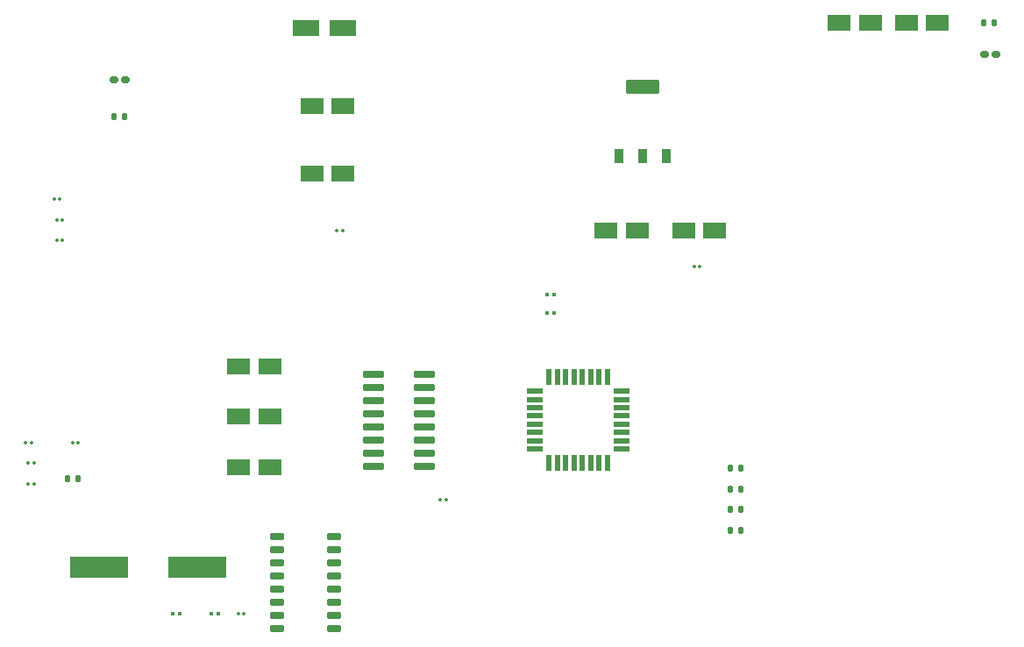
<source format=gbr>
%TF.GenerationSoftware,KiCad,Pcbnew,9.0.1*%
%TF.CreationDate,2026-02-02T13:33:26+05:30*%
%TF.ProjectId,robotics_controller,726f626f-7469-4637-935f-636f6e74726f,rev?*%
%TF.SameCoordinates,Original*%
%TF.FileFunction,Paste,Top*%
%TF.FilePolarity,Positive*%
%FSLAX46Y46*%
G04 Gerber Fmt 4.6, Leading zero omitted, Abs format (unit mm)*
G04 Created by KiCad (PCBNEW 9.0.1) date 2026-02-02 13:33:26*
%MOMM*%
%LPD*%
G01*
G04 APERTURE LIST*
G04 Aperture macros list*
%AMRoundRect*
0 Rectangle with rounded corners*
0 $1 Rounding radius*
0 $2 $3 $4 $5 $6 $7 $8 $9 X,Y pos of 4 corners*
0 Add a 4 corners polygon primitive as box body*
4,1,4,$2,$3,$4,$5,$6,$7,$8,$9,$2,$3,0*
0 Add four circle primitives for the rounded corners*
1,1,$1+$1,$2,$3*
1,1,$1+$1,$4,$5*
1,1,$1+$1,$6,$7*
1,1,$1+$1,$8,$9*
0 Add four rect primitives between the rounded corners*
20,1,$1+$1,$2,$3,$4,$5,0*
20,1,$1+$1,$4,$5,$6,$7,0*
20,1,$1+$1,$6,$7,$8,$9,0*
20,1,$1+$1,$8,$9,$2,$3,0*%
G04 Aperture macros list end*
%ADD10RoundRect,0.069750X0.395250X-0.585250X0.395250X0.585250X-0.395250X0.585250X-0.395250X-0.585250X0*%
%ADD11RoundRect,0.098250X1.521750X-0.556750X1.521750X0.556750X-1.521750X0.556750X-1.521750X-0.556750X0*%
%ADD12RoundRect,0.079500X-0.079500X-0.100500X0.079500X-0.100500X0.079500X0.100500X-0.079500X0.100500X0*%
%ADD13R,2.200000X1.600000*%
%ADD14RoundRect,0.067500X-0.067500X-0.067500X0.067500X-0.067500X0.067500X0.067500X-0.067500X0.067500X0*%
%ADD15RoundRect,0.135000X-0.135000X-0.185000X0.135000X-0.185000X0.135000X0.185000X-0.135000X0.185000X0*%
%ADD16RoundRect,0.160000X0.222500X0.160000X-0.222500X0.160000X-0.222500X-0.160000X0.222500X-0.160000X0*%
%ADD17RoundRect,0.250000X-1.050000X-0.550000X1.050000X-0.550000X1.050000X0.550000X-1.050000X0.550000X0*%
%ADD18RoundRect,0.075000X-0.910000X-0.225000X0.910000X-0.225000X0.910000X0.225000X-0.910000X0.225000X0*%
%ADD19RoundRect,0.077500X-0.577500X-0.232500X0.577500X-0.232500X0.577500X0.232500X-0.577500X0.232500X0*%
%ADD20R,5.600000X2.100000*%
%ADD21RoundRect,0.135000X0.135000X0.185000X-0.135000X0.185000X-0.135000X-0.185000X0.135000X-0.185000X0*%
%ADD22RoundRect,0.160000X-0.222500X-0.160000X0.222500X-0.160000X0.222500X0.160000X-0.222500X0.160000X0*%
%ADD23RoundRect,0.068750X0.666250X0.206250X-0.666250X0.206250X-0.666250X-0.206250X0.666250X-0.206250X0*%
%ADD24RoundRect,0.068750X0.206250X0.666250X-0.206250X0.666250X-0.206250X-0.666250X0.206250X-0.666250X0*%
G04 APERTURE END LIST*
D10*
%TO.C,U1*%
X198210000Y-57845000D03*
X200500000Y-57845000D03*
X202790000Y-57845000D03*
D11*
X200500000Y-51155000D03*
%TD*%
D12*
%TO.C,C20*%
X155155000Y-102000000D03*
X155845000Y-102000000D03*
%TD*%
D13*
%TO.C,C26*%
X161500000Y-87850000D03*
X164500000Y-87850000D03*
%TD*%
%TO.C,C24*%
X161500000Y-78150000D03*
X164500000Y-78150000D03*
%TD*%
D14*
%TO.C,C8*%
X141175000Y-87500000D03*
X141725000Y-87500000D03*
%TD*%
%TO.C,C16*%
X143950000Y-64000000D03*
X144500000Y-64000000D03*
%TD*%
%TO.C,C15*%
X143700000Y-62000000D03*
X144250000Y-62000000D03*
%TD*%
%TO.C,C17*%
X143950000Y-66000000D03*
X144500000Y-66000000D03*
%TD*%
D15*
%TO.C,R4*%
X209000000Y-88010000D03*
X210020000Y-88010000D03*
%TD*%
D12*
%TO.C,C12*%
X191310000Y-71250000D03*
X192000000Y-71250000D03*
%TD*%
D16*
%TO.C,D11*%
X150572500Y-50500000D03*
X149427500Y-50500000D03*
%TD*%
D12*
%TO.C,C13*%
X191310000Y-73000000D03*
X192000000Y-73000000D03*
%TD*%
D14*
%TO.C,C9*%
X145450000Y-85500000D03*
X146000000Y-85500000D03*
%TD*%
%TO.C,C10*%
X180975000Y-91000000D03*
X181525000Y-91000000D03*
%TD*%
%TO.C,C4*%
X170975000Y-65000000D03*
X171525000Y-65000000D03*
%TD*%
D13*
%TO.C,C3*%
X168600000Y-59500000D03*
X171600000Y-59500000D03*
%TD*%
D15*
%TO.C,R5*%
X209000000Y-90000000D03*
X210020000Y-90000000D03*
%TD*%
D13*
%TO.C,C6*%
X204500000Y-65000000D03*
X207500000Y-65000000D03*
%TD*%
%TO.C,C25*%
X161500000Y-83000000D03*
X164500000Y-83000000D03*
%TD*%
D14*
%TO.C,C7*%
X205475000Y-68500000D03*
X206025000Y-68500000D03*
%TD*%
D13*
%TO.C,C23*%
X222500000Y-45000000D03*
X219500000Y-45000000D03*
%TD*%
D17*
%TO.C,C1*%
X168000000Y-45500000D03*
X171600000Y-45500000D03*
%TD*%
D14*
%TO.C,C14*%
X141175000Y-89500000D03*
X141725000Y-89500000D03*
%TD*%
D18*
%TO.C,U5*%
X174500000Y-78880000D03*
X174500000Y-80150000D03*
X174500000Y-81420000D03*
X174500000Y-82690000D03*
X174500000Y-83960000D03*
X174500000Y-85230000D03*
X174500000Y-86500000D03*
X174500000Y-87770000D03*
X179450000Y-87770000D03*
X179450000Y-86500000D03*
X179450000Y-85230000D03*
X179450000Y-83960000D03*
X179450000Y-82690000D03*
X179450000Y-81420000D03*
X179450000Y-80150000D03*
X179450000Y-78880000D03*
%TD*%
D19*
%TO.C,U6*%
X165250000Y-94555000D03*
X165250000Y-95825000D03*
X165250000Y-97095000D03*
X165250000Y-98365000D03*
X165250000Y-99635000D03*
X165250000Y-100905000D03*
X165250000Y-102175000D03*
X165250000Y-103445000D03*
X170750000Y-103445000D03*
X170750000Y-102175000D03*
X170750000Y-100905000D03*
X170750000Y-99635000D03*
X170750000Y-98365000D03*
X170750000Y-97095000D03*
X170750000Y-95825000D03*
X170750000Y-94555000D03*
%TD*%
D14*
%TO.C,C11*%
X140950000Y-85500000D03*
X141500000Y-85500000D03*
%TD*%
D20*
%TO.C,Y2*%
X157500000Y-97500000D03*
X148000000Y-97500000D03*
%TD*%
D21*
%TO.C,R1*%
X146000000Y-89000000D03*
X144980000Y-89000000D03*
%TD*%
D13*
%TO.C,C22*%
X226000000Y-45000000D03*
X229000000Y-45000000D03*
%TD*%
D15*
%TO.C,R7*%
X209000000Y-93980000D03*
X210020000Y-93980000D03*
%TD*%
D14*
%TO.C,C21*%
X161475000Y-102000000D03*
X162025000Y-102000000D03*
%TD*%
D22*
%TO.C,D10*%
X233510000Y-48000000D03*
X234655000Y-48000000D03*
%TD*%
D15*
%TO.C,R8*%
X233490000Y-45000000D03*
X234510000Y-45000000D03*
%TD*%
D13*
%TO.C,C2*%
X168600000Y-53000000D03*
X171600000Y-53000000D03*
%TD*%
D15*
%TO.C,R2*%
X149480000Y-54000000D03*
X150500000Y-54000000D03*
%TD*%
D12*
%TO.C,C19*%
X158835000Y-102000000D03*
X159525000Y-102000000D03*
%TD*%
D13*
%TO.C,C5*%
X200000000Y-65000000D03*
X197000000Y-65000000D03*
%TD*%
D15*
%TO.C,R6*%
X209000000Y-91990000D03*
X210020000Y-91990000D03*
%TD*%
D23*
%TO.C,U2*%
X198470000Y-86130000D03*
X198470000Y-85330000D03*
X198470000Y-84530000D03*
X198470000Y-83730000D03*
X198470000Y-82930000D03*
X198470000Y-82130000D03*
X198470000Y-81330000D03*
X198470000Y-80530000D03*
D24*
X197100000Y-79160000D03*
X196300000Y-79160000D03*
X195500000Y-79160000D03*
X194700000Y-79160000D03*
X193900000Y-79160000D03*
X193100000Y-79160000D03*
X192300000Y-79160000D03*
X191500000Y-79160000D03*
D23*
X190130000Y-80530000D03*
X190130000Y-81330000D03*
X190130000Y-82130000D03*
X190130000Y-82930000D03*
X190130000Y-83730000D03*
X190130000Y-84530000D03*
X190130000Y-85330000D03*
X190130000Y-86130000D03*
D24*
X191500000Y-87500000D03*
X192300000Y-87500000D03*
X193100000Y-87500000D03*
X193900000Y-87500000D03*
X194700000Y-87500000D03*
X195500000Y-87500000D03*
X196300000Y-87500000D03*
X197100000Y-87500000D03*
%TD*%
M02*

</source>
